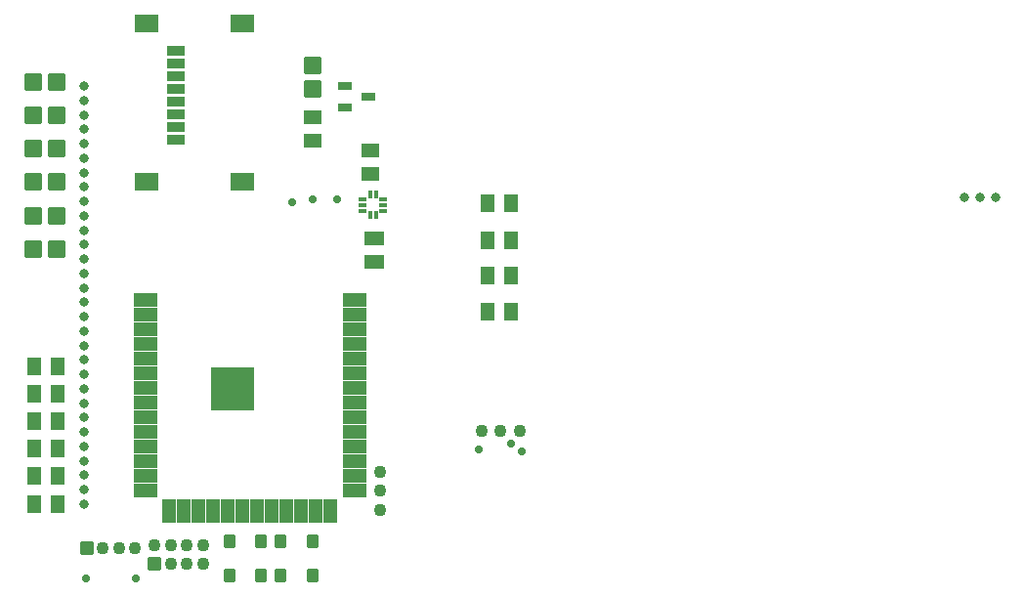
<source format=gts>
G04 Layer: TopSolderMaskLayer*
G04 EasyEDA Pro v2.2.45.4, 2026-01-20 19:36:07*
G04 Gerber Generator version 0.3*
G04 Scale: 100 percent, Rotated: No, Reflected: No*
G04 Dimensions in millimeters*
G04 Leading zeros omitted, absolute positions, 4 integers and 5 decimals*
G04 Generated by one-click*
%FSLAX45Y45*%
%MOMM*%
%AMRoundRect*1,1,$1,$2,$3*1,1,$1,$4,$5*1,1,$1,0-$2,0-$3*1,1,$1,0-$4,0-$5*20,1,$1,$2,$3,$4,$5,0*20,1,$1,$4,$5,0-$2,0-$3,0*20,1,$1,0-$2,0-$3,0-$4,0-$5,0*20,1,$1,0-$4,0-$5,$2,$3,0*4,1,4,$2,$3,$4,$5,0-$2,0-$3,0-$4,0-$5,$2,$3,0*%
%ADD10C,1.1016*%
%ADD11C,0.7112*%
%ADD12RoundRect,0.09387X-0.57013X0.69237X0.57013X0.69237*%
%ADD13RoundRect,0.09302X-0.50429X1.00429X0.50429X1.00429*%
%ADD14RoundRect,0.09302X-1.00429X0.50429X1.00429X0.50429*%
%ADD15RoundRect,0.09896X-1.85132X1.85132X1.85132X1.85132*%
%ADD16RoundRect,0.08002X-0.26X-0.16X-0.26X0.16*%
%ADD17RoundRect,0.08002X-0.16X0.26X0.16X0.26*%
%ADD18RoundRect,0.09495X-0.70833X0.67833X0.70833X0.67833*%
%ADD19RoundRect,0.0946X-0.42991X-0.5049X-0.42991X0.5049*%
%ADD20RoundRect,0.0918X-0.42991X-0.5049X-0.42991X0.5049*%
%ADD21RoundRect,0.17384X-0.78968X-0.51468X-0.78968X0.51468*%
%ADD22C,0.8016*%
%ADD23RoundRect,0.09387X-0.69237X-0.57013X-0.69237X0.57013*%
%ADD24RoundRect,0.09495X-0.67833X-0.70833X-0.67833X0.70833*%
%ADD25RoundRect,0.09X-0.755X-0.405X-0.755X0.405*%
%ADD26RoundRect,0.09394X-1.00303X-0.72804X-1.00303X0.72804*%
%ADD27RoundRect,0.08875X-0.54143X0.30643X0.54143X0.30643*%
%ADD28RoundRect,0.09302X-0.50429X0.50429X0.50429X0.50429*%
G75*


G04 Pad Start*
G54D10*
G01X3746500Y749300D03*
G01X3911600Y749300D03*
G01X4076700Y749300D03*
G01X2870200Y393700D03*
G01X2870200Y228600D03*
G01X2870200Y63500D03*
G54D11*
G01X317500Y-533400D03*
G01X747695Y-533081D03*
G01X3721100Y584200D03*
G01X4099639Y571500D03*
G01X2286000Y2755900D03*
G01X2494087Y2755900D03*
G01X4000500Y635000D03*
G01X2108200Y2730500D03*
G54D12*
G01X-125400Y1066292D03*
G01X74600Y1066292D03*
G01X74600Y592696D03*
G01X-125400Y592696D03*
G01X74600Y353498D03*
G01X-125400Y353498D03*
G01X74600Y114300D03*
G01X-125400Y114300D03*
G01X-125400Y831894D03*
G01X74600Y831894D03*
G54D13*
G01X1168400Y51994D03*
G01X1295400Y51994D03*
G01X1422400Y51994D03*
G01X1549400Y51994D03*
G01X1676400Y51994D03*
G01X1803400Y51994D03*
G01X1930400Y51994D03*
G01X2057400Y51994D03*
G01X2184400Y51994D03*
G01X2311400Y51994D03*
G54D14*
G01X839902Y232486D03*
G54D15*
G01X1589888Y1112495D03*
G54D14*
G01X839902Y359486D03*
G01X839902Y486486D03*
G01X839902Y613486D03*
G01X839902Y740486D03*
G01X839902Y867486D03*
G01X839902Y994486D03*
G01X839902Y1121486D03*
G01X839902Y1248486D03*
G01X839902Y1375486D03*
G01X839902Y1502486D03*
G01X839902Y1629486D03*
G01X839902Y1756486D03*
G01X839902Y1883486D03*
G54D13*
G01X1041400Y51994D03*
G01X2438400Y51994D03*
G54D14*
G01X2649906Y232486D03*
G01X2649906Y359486D03*
G01X2649906Y486486D03*
G01X2649906Y613486D03*
G01X2649906Y740486D03*
G01X2649906Y867486D03*
G01X2649906Y994486D03*
G01X2649906Y1121486D03*
G01X2649906Y1248486D03*
G01X2649906Y1375486D03*
G01X2649906Y1502486D03*
G01X2649906Y1629486D03*
G01X2649906Y1756486D03*
G01X2649906Y1883486D03*
G54D16*
G01X2893619Y2755087D03*
G01X2893619Y2705100D03*
G01X2893619Y2655087D03*
G54D17*
G01X2831694Y2617978D03*
G01X2781706Y2617978D03*
G54D16*
G01X2719781Y2655087D03*
G01X2719781Y2705100D03*
G01X2719781Y2755087D03*
G54D17*
G01X2781706Y2792222D03*
G01X2831694Y2792222D03*
G54D18*
G01X-138100Y2903220D03*
G01X61900Y2903220D03*
G01X-138100Y3192780D03*
G01X61900Y3192780D03*
G54D20*
G01X1839290Y-505600D03*
G01X1564310Y-505600D03*
G01X1839290Y-205600D03*
G01X1564310Y-205600D03*
G01X2008810Y-205600D03*
G01X2283790Y-205600D03*
G01X2008810Y-505600D03*
G01X2283790Y-505600D03*
G54D21*
G01X2819400Y2211400D03*
G01X2819400Y2411400D03*
G54D18*
G01X-138100Y2613660D03*
G01X61900Y2613660D03*
G01X61900Y3482340D03*
G01X-138100Y3482340D03*
G01X61900Y3771900D03*
G01X-138100Y3771900D03*
G54D22*
G01X7929880Y2768600D03*
G01X8064500Y2768600D03*
G01X8199120Y2768600D03*
G54D23*
G01X2286000Y3465500D03*
G01X2286000Y3265500D03*
G54D24*
G01X2286000Y3910000D03*
G01X2286000Y3710000D03*
G54D25*
G01X1102297Y3274111D03*
G01X1102297Y3384118D03*
G01X1102297Y3494100D03*
G01X1102297Y3604108D03*
G01X1102297Y3714115D03*
G01X1102297Y3824122D03*
G01X1102297Y3934104D03*
G01X1102297Y4044112D03*
G54D26*
G01X1672298Y4281602D03*
G01X842302Y4281602D03*
G01X842302Y2906624D03*
G01X1672298Y2906598D03*
G54D27*
G01X2770505Y3644900D03*
G01X2563495Y3549904D03*
G01X2563495Y3739896D03*
G54D23*
G01X2781300Y2973400D03*
G01X2781300Y3173400D03*
G54D28*
G01X914400Y-406400D03*
G54D10*
G01X1054100Y-406400D03*
G01X1193800Y-406400D03*
G01X1333500Y-406400D03*
G01X1333500Y-241300D03*
G01X1193800Y-241300D03*
G01X1054100Y-241300D03*
G01X914400Y-241300D03*
G54D12*
G01X3998900Y2095500D03*
G01X3798900Y2095500D03*
G01X3998900Y2400300D03*
G01X3798900Y2400300D03*
G01X3998900Y2717800D03*
G01X3798900Y2717800D03*
G01X3798900Y1778000D03*
G01X3998900Y1778000D03*
G54D18*
G01X61900Y2324100D03*
G01X-138100Y2324100D03*
G54D12*
G01X75380Y1305490D03*
G01X-124620Y1305490D03*
G54D10*
G01X464220Y-271720D03*
G01X603920Y-271720D03*
G01X743620Y-271720D03*
G54D28*
G01X324520Y-271720D03*
G54D22*
G01X304800Y114300D03*
G01X304800Y239110D03*
G01X304800Y363921D03*
G01X304800Y488731D03*
G01X304800Y613541D03*
G01X304800Y738352D03*
G01X304800Y863162D03*
G01X304800Y987972D03*
G01X304800Y1112783D03*
G01X304800Y1237593D03*
G01X304800Y1362403D03*
G01X304800Y1487214D03*
G01X304800Y1612024D03*
G01X304800Y1736834D03*
G01X304800Y1861645D03*
G01X304800Y1986455D03*
G01X304800Y2111266D03*
G01X304800Y2236076D03*
G01X304800Y2360886D03*
G01X304800Y2485697D03*
G01X304800Y2610507D03*
G01X304800Y2735317D03*
G01X304800Y2860128D03*
G01X304800Y2984938D03*
G01X304800Y3109748D03*
G01X304800Y3234559D03*
G01X304800Y3359369D03*
G01X304800Y3484179D03*
G01X304800Y3608990D03*
G01X304800Y3733800D03*
G04 Pad End*

M02*


</source>
